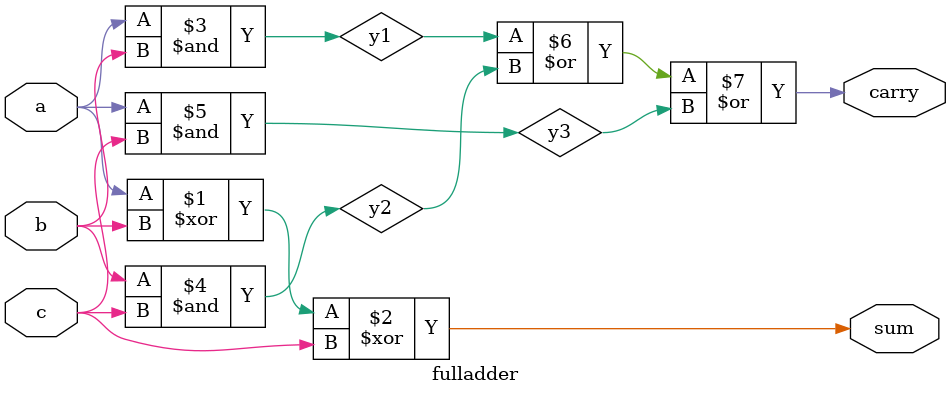
<source format=v>
module fulladder(
  input a,b,c,
  output sum,carry);
  wire y1,y2,y3;
  xor g1(sum,a,b,c);
  and g2(y1,a,b);
  and g3(y2,b,c);
  and g4(y3,a,c);
  or g5(carry,y1,y2,y3);
endmodule
  

</source>
